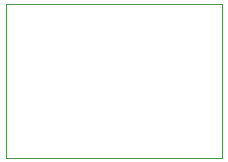
<source format=gbr>
G04 #@! TF.GenerationSoftware,KiCad,Pcbnew,(5.1.9)-1*
G04 #@! TF.CreationDate,2021-08-28T05:14:43+03:00*
G04 #@! TF.ProjectId,Strobe_Module,5374726f-6265-45f4-9d6f-64756c652e6b,0000*
G04 #@! TF.SameCoordinates,Original*
G04 #@! TF.FileFunction,Profile,NP*
%FSLAX46Y46*%
G04 Gerber Fmt 4.6, Leading zero omitted, Abs format (unit mm)*
G04 Created by KiCad (PCBNEW (5.1.9)-1) date 2021-08-28 05:14:43*
%MOMM*%
%LPD*%
G01*
G04 APERTURE LIST*
G04 #@! TA.AperFunction,Profile*
%ADD10C,0.100000*%
G04 #@! TD*
G04 APERTURE END LIST*
D10*
X1056589200Y-1009573800D02*
X1038301200Y-1009573800D01*
X1056589200Y-996594400D02*
X1056589200Y-1009573800D01*
X1038301200Y-996594400D02*
X1056589200Y-996594400D01*
X1038301200Y-1009573800D02*
X1038301200Y-996594400D01*
M02*

</source>
